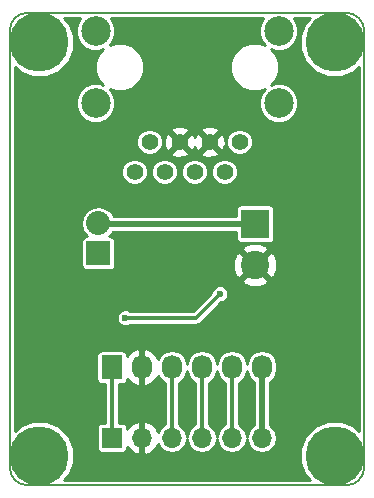
<source format=gbl>
G04 #@! TF.FileFunction,Copper,L2,Bot,Signal*
%FSLAX46Y46*%
G04 Gerber Fmt 4.6, Leading zero omitted, Abs format (unit mm)*
G04 Created by KiCad (PCBNEW 4.0.7-e2-6376~58~ubuntu16.04.1) date Fri Aug  3 19:32:04 2018*
%MOMM*%
%LPD*%
G01*
G04 APERTURE LIST*
%ADD10C,0.100000*%
%ADD11C,0.150000*%
%ADD12C,5.000000*%
%ADD13O,1.727200X2.032000*%
%ADD14R,1.727200X2.032000*%
%ADD15R,2.032000X2.032000*%
%ADD16O,2.032000X2.032000*%
%ADD17C,2.400000*%
%ADD18R,2.400000X2.400000*%
%ADD19C,2.500000*%
%ADD20C,1.400000*%
%ADD21R,1.700000X1.700000*%
%ADD22O,1.700000X1.700000*%
%ADD23C,0.600000*%
%ADD24C,0.300000*%
%ADD25C,0.500000*%
%ADD26C,0.254000*%
G04 APERTURE END LIST*
D10*
D11*
X136500000Y-90000000D02*
G75*
G03X135000000Y-91500000I0J-1500000D01*
G01*
X165000000Y-91500000D02*
G75*
G03X163500000Y-90000000I-1500000J0D01*
G01*
X163500000Y-130000000D02*
G75*
G03X165000000Y-128500000I0J1500000D01*
G01*
X135000000Y-128500000D02*
G75*
G03X136500000Y-130000000I1500000J0D01*
G01*
X135000000Y-91500000D02*
X135000000Y-128500000D01*
X163500000Y-130000000D02*
X136500000Y-130000000D01*
X165000000Y-91500000D02*
X165000000Y-128500000D01*
X136500000Y-90000000D02*
X163500000Y-90000000D01*
D12*
X137500000Y-127500000D03*
X162500000Y-127500000D03*
X162500000Y-92500000D03*
D13*
X156337000Y-120015000D03*
X153797000Y-120015000D03*
X151257000Y-120015000D03*
X148717000Y-120015000D03*
X146177000Y-120015000D03*
D14*
X143637000Y-120015000D03*
D15*
X142494000Y-110363000D03*
D16*
X142494000Y-107823000D03*
D17*
X155764000Y-111351000D03*
D18*
X155764000Y-107851000D03*
D12*
X137500000Y-92500000D03*
D19*
X157762400Y-91539600D03*
X142262400Y-91539600D03*
D20*
X151917400Y-100929600D03*
X154457400Y-100929600D03*
X153187400Y-103469600D03*
X150647400Y-103469600D03*
X149377400Y-100929600D03*
X148107400Y-103469600D03*
X146837400Y-100929600D03*
X145567400Y-103469600D03*
D19*
X157762400Y-97639600D03*
X142262400Y-97639600D03*
D21*
X143637000Y-125984000D03*
D22*
X146177000Y-125984000D03*
X148717000Y-125984000D03*
X151257000Y-125984000D03*
X153797000Y-125984000D03*
X156337000Y-125984000D03*
D23*
X150012400Y-117652800D03*
X152857200Y-117094000D03*
X152857200Y-115570000D03*
X154559000Y-122377200D03*
X152908000Y-122402600D03*
X152044400Y-122428000D03*
X150495000Y-122428000D03*
X149504400Y-122428000D03*
X147955000Y-122428000D03*
X144780000Y-115824000D03*
X152781000Y-113792000D03*
D24*
X150571200Y-117094000D02*
X150012400Y-117652800D01*
X152857200Y-117094000D02*
X150571200Y-117094000D01*
X155764000Y-111351000D02*
X154564001Y-112550999D01*
X154564001Y-112550999D02*
X154564001Y-113863199D01*
X154564001Y-113863199D02*
X152857200Y-115570000D01*
X152044400Y-122428000D02*
X152882600Y-122428000D01*
X152882600Y-122428000D02*
X152908000Y-122402600D01*
X149504400Y-122428000D02*
X150495000Y-122428000D01*
X146177000Y-122428000D02*
X146177000Y-125984000D01*
X146177000Y-120015000D02*
X146177000Y-122428000D01*
X146177000Y-122428000D02*
X147955000Y-122428000D01*
D25*
X155764000Y-107851000D02*
X142522000Y-107851000D01*
X142522000Y-107851000D02*
X142494000Y-107823000D01*
D24*
X143637000Y-120015000D02*
X143637000Y-125984000D01*
X150749000Y-115824000D02*
X144780000Y-115824000D01*
X152781000Y-113792000D02*
X150749000Y-115824000D01*
X148717000Y-120015000D02*
X148717000Y-125984000D01*
X151257000Y-120015000D02*
X151257000Y-125984000D01*
X153797000Y-121331000D02*
X153797000Y-125984000D01*
X153797000Y-120015000D02*
X153797000Y-121331000D01*
D25*
X156337000Y-120015000D02*
X156337000Y-125984000D01*
D26*
G36*
X140841538Y-90588416D02*
X140585692Y-91204561D01*
X140585110Y-91871712D01*
X140839880Y-92488303D01*
X141311216Y-92960462D01*
X141927361Y-93216308D01*
X142594512Y-93216890D01*
X142890533Y-93094577D01*
X142558813Y-93425718D01*
X142245757Y-94179641D01*
X142245045Y-94995977D01*
X142556785Y-95750446D01*
X142890223Y-96084467D01*
X142597439Y-95962892D01*
X141930288Y-95962310D01*
X141313697Y-96217080D01*
X140841538Y-96688416D01*
X140585692Y-97304561D01*
X140585110Y-97971712D01*
X140839880Y-98588303D01*
X141311216Y-99060462D01*
X141927361Y-99316308D01*
X142594512Y-99316890D01*
X143211103Y-99062120D01*
X143683262Y-98590784D01*
X143939108Y-97974639D01*
X143939690Y-97307488D01*
X143684920Y-96690897D01*
X143456880Y-96462458D01*
X143887441Y-96641243D01*
X144703777Y-96641955D01*
X145458246Y-96330215D01*
X146035987Y-95753482D01*
X146349043Y-94999559D01*
X146349755Y-94183223D01*
X146038015Y-93428754D01*
X145461282Y-92851013D01*
X144707359Y-92537957D01*
X143891023Y-92537245D01*
X143457123Y-92716529D01*
X143683262Y-92490784D01*
X143939108Y-91874639D01*
X143939690Y-91207488D01*
X143684920Y-90590897D01*
X143550258Y-90456000D01*
X156474185Y-90456000D01*
X156341538Y-90588416D01*
X156085692Y-91204561D01*
X156085110Y-91871712D01*
X156339880Y-92488303D01*
X156567920Y-92716742D01*
X156137359Y-92537957D01*
X155321023Y-92537245D01*
X154566554Y-92848985D01*
X153988813Y-93425718D01*
X153675757Y-94179641D01*
X153675045Y-94995977D01*
X153986785Y-95750446D01*
X154563518Y-96328187D01*
X155317441Y-96641243D01*
X156133777Y-96641955D01*
X156567677Y-96462671D01*
X156341538Y-96688416D01*
X156085692Y-97304561D01*
X156085110Y-97971712D01*
X156339880Y-98588303D01*
X156811216Y-99060462D01*
X157427361Y-99316308D01*
X158094512Y-99316890D01*
X158711103Y-99062120D01*
X159183262Y-98590784D01*
X159439108Y-97974639D01*
X159439690Y-97307488D01*
X159184920Y-96690897D01*
X158713584Y-96218738D01*
X158097439Y-95962892D01*
X157430288Y-95962310D01*
X157134267Y-96084623D01*
X157465987Y-95753482D01*
X157779043Y-94999559D01*
X157779755Y-94183223D01*
X157468015Y-93428754D01*
X157134577Y-93094733D01*
X157427361Y-93216308D01*
X158094512Y-93216890D01*
X158711103Y-92962120D01*
X159183262Y-92490784D01*
X159439108Y-91874639D01*
X159439690Y-91207488D01*
X159184920Y-90590897D01*
X159050258Y-90456000D01*
X160404551Y-90456000D01*
X160020057Y-90839823D01*
X159573510Y-91915229D01*
X159572493Y-93079662D01*
X160017164Y-94155846D01*
X160839823Y-94979943D01*
X161915229Y-95426490D01*
X163079662Y-95427507D01*
X164155846Y-94982836D01*
X164544000Y-94595359D01*
X164544000Y-125404551D01*
X164160177Y-125020057D01*
X163084771Y-124573510D01*
X161920338Y-124572493D01*
X160844154Y-125017164D01*
X160020057Y-125839823D01*
X159573510Y-126915229D01*
X159572493Y-128079662D01*
X160017164Y-129155846D01*
X160404641Y-129544000D01*
X139595449Y-129544000D01*
X139979943Y-129160177D01*
X140426490Y-128084771D01*
X140427507Y-126920338D01*
X139982836Y-125844154D01*
X139160177Y-125020057D01*
X138084771Y-124573510D01*
X136920338Y-124572493D01*
X135844154Y-125017164D01*
X135456000Y-125404641D01*
X135456000Y-118999000D01*
X142338035Y-118999000D01*
X142338035Y-121031000D01*
X142367809Y-121189237D01*
X142461327Y-121334567D01*
X142604019Y-121432064D01*
X142773400Y-121466365D01*
X143060000Y-121466365D01*
X143060000Y-124698635D01*
X142787000Y-124698635D01*
X142628763Y-124728409D01*
X142483433Y-124821927D01*
X142385936Y-124964619D01*
X142351635Y-125134000D01*
X142351635Y-126834000D01*
X142381409Y-126992237D01*
X142474927Y-127137567D01*
X142617619Y-127235064D01*
X142787000Y-127269365D01*
X144487000Y-127269365D01*
X144645237Y-127239591D01*
X144790567Y-127146073D01*
X144888064Y-127003381D01*
X144922365Y-126834000D01*
X144922365Y-126738764D01*
X144981817Y-126865358D01*
X145410076Y-127255645D01*
X145820110Y-127425476D01*
X146050000Y-127304155D01*
X146050000Y-126111000D01*
X146030000Y-126111000D01*
X146030000Y-125857000D01*
X146050000Y-125857000D01*
X146050000Y-124663845D01*
X145820110Y-124542524D01*
X145410076Y-124712355D01*
X144981817Y-125102642D01*
X144922365Y-125229236D01*
X144922365Y-125134000D01*
X144892591Y-124975763D01*
X144799073Y-124830433D01*
X144656381Y-124732936D01*
X144487000Y-124698635D01*
X144214000Y-124698635D01*
X144214000Y-121466365D01*
X144500600Y-121466365D01*
X144658837Y-121436591D01*
X144804167Y-121343073D01*
X144901664Y-121200381D01*
X144935965Y-121031000D01*
X144935965Y-120986311D01*
X145274964Y-121365732D01*
X145802209Y-121619709D01*
X145817974Y-121622358D01*
X146050000Y-121501217D01*
X146050000Y-120142000D01*
X146030000Y-120142000D01*
X146030000Y-119888000D01*
X146050000Y-119888000D01*
X146050000Y-118528783D01*
X146304000Y-118528783D01*
X146304000Y-119888000D01*
X146324000Y-119888000D01*
X146324000Y-120142000D01*
X146304000Y-120142000D01*
X146304000Y-121501217D01*
X146536026Y-121622358D01*
X146551791Y-121619709D01*
X147079036Y-121365732D01*
X147468954Y-120929320D01*
X147543138Y-120717243D01*
X147804408Y-121108262D01*
X148140000Y-121332497D01*
X148140000Y-124838197D01*
X147814025Y-125056007D01*
X147541691Y-125463583D01*
X147372183Y-125102642D01*
X146943924Y-124712355D01*
X146533890Y-124542524D01*
X146304000Y-124663845D01*
X146304000Y-125857000D01*
X146324000Y-125857000D01*
X146324000Y-126111000D01*
X146304000Y-126111000D01*
X146304000Y-127304155D01*
X146533890Y-127425476D01*
X146943924Y-127255645D01*
X147372183Y-126865358D01*
X147541691Y-126504417D01*
X147814025Y-126911993D01*
X148228313Y-127188812D01*
X148717000Y-127286018D01*
X149205687Y-127188812D01*
X149619975Y-126911993D01*
X149896794Y-126497705D01*
X149987000Y-126044209D01*
X150077206Y-126497705D01*
X150354025Y-126911993D01*
X150768313Y-127188812D01*
X151257000Y-127286018D01*
X151745687Y-127188812D01*
X152159975Y-126911993D01*
X152436794Y-126497705D01*
X152527000Y-126044209D01*
X152617206Y-126497705D01*
X152894025Y-126911993D01*
X153308313Y-127188812D01*
X153797000Y-127286018D01*
X154285687Y-127188812D01*
X154699975Y-126911993D01*
X154976794Y-126497705D01*
X155067000Y-126044209D01*
X155157206Y-126497705D01*
X155434025Y-126911993D01*
X155848313Y-127188812D01*
X156337000Y-127286018D01*
X156825687Y-127188812D01*
X157239975Y-126911993D01*
X157516794Y-126497705D01*
X157614000Y-126009018D01*
X157614000Y-125958982D01*
X157516794Y-125470295D01*
X157239975Y-125056007D01*
X157014000Y-124905015D01*
X157014000Y-121265680D01*
X157249592Y-121108262D01*
X157529359Y-120689561D01*
X157627600Y-120195670D01*
X157627600Y-119834330D01*
X157529359Y-119340439D01*
X157249592Y-118921738D01*
X156830891Y-118641971D01*
X156337000Y-118543730D01*
X155843109Y-118641971D01*
X155424408Y-118921738D01*
X155144641Y-119340439D01*
X155067000Y-119730767D01*
X154989359Y-119340439D01*
X154709592Y-118921738D01*
X154290891Y-118641971D01*
X153797000Y-118543730D01*
X153303109Y-118641971D01*
X152884408Y-118921738D01*
X152604641Y-119340439D01*
X152527000Y-119730767D01*
X152449359Y-119340439D01*
X152169592Y-118921738D01*
X151750891Y-118641971D01*
X151257000Y-118543730D01*
X150763109Y-118641971D01*
X150344408Y-118921738D01*
X150064641Y-119340439D01*
X149987000Y-119730767D01*
X149909359Y-119340439D01*
X149629592Y-118921738D01*
X149210891Y-118641971D01*
X148717000Y-118543730D01*
X148223109Y-118641971D01*
X147804408Y-118921738D01*
X147543138Y-119312757D01*
X147468954Y-119100680D01*
X147079036Y-118664268D01*
X146551791Y-118410291D01*
X146536026Y-118407642D01*
X146304000Y-118528783D01*
X146050000Y-118528783D01*
X145817974Y-118407642D01*
X145802209Y-118410291D01*
X145274964Y-118664268D01*
X144935965Y-119043689D01*
X144935965Y-118999000D01*
X144906191Y-118840763D01*
X144812673Y-118695433D01*
X144669981Y-118597936D01*
X144500600Y-118563635D01*
X142773400Y-118563635D01*
X142615163Y-118593409D01*
X142469833Y-118686927D01*
X142372336Y-118829619D01*
X142338035Y-118999000D01*
X135456000Y-118999000D01*
X135456000Y-115967975D01*
X144052874Y-115967975D01*
X144163320Y-116235275D01*
X144367650Y-116439961D01*
X144634756Y-116550874D01*
X144923975Y-116551126D01*
X145191275Y-116440680D01*
X145231024Y-116401000D01*
X150748995Y-116401000D01*
X150749000Y-116401001D01*
X150969808Y-116357078D01*
X151157001Y-116232001D01*
X152869924Y-114519078D01*
X152924975Y-114519126D01*
X153192275Y-114408680D01*
X153396961Y-114204350D01*
X153507874Y-113937244D01*
X153508126Y-113648025D01*
X153397680Y-113380725D01*
X153193350Y-113176039D01*
X152926244Y-113065126D01*
X152637025Y-113064874D01*
X152369725Y-113175320D01*
X152165039Y-113379650D01*
X152054126Y-113646756D01*
X152054077Y-113702921D01*
X150509998Y-115247000D01*
X145231243Y-115247000D01*
X145192350Y-115208039D01*
X144925244Y-115097126D01*
X144636025Y-115096874D01*
X144368725Y-115207320D01*
X144164039Y-115411650D01*
X144053126Y-115678756D01*
X144052874Y-115967975D01*
X135456000Y-115967975D01*
X135456000Y-112648175D01*
X154646430Y-112648175D01*
X154769565Y-112935788D01*
X155451734Y-113195707D01*
X156181443Y-113174786D01*
X156758435Y-112935788D01*
X156881570Y-112648175D01*
X155764000Y-111530605D01*
X154646430Y-112648175D01*
X135456000Y-112648175D01*
X135456000Y-107823000D01*
X141022730Y-107823000D01*
X141132572Y-108375212D01*
X141445375Y-108843355D01*
X141547563Y-108911635D01*
X141478000Y-108911635D01*
X141319763Y-108941409D01*
X141174433Y-109034927D01*
X141076936Y-109177619D01*
X141042635Y-109347000D01*
X141042635Y-111379000D01*
X141072409Y-111537237D01*
X141165927Y-111682567D01*
X141308619Y-111780064D01*
X141478000Y-111814365D01*
X143510000Y-111814365D01*
X143668237Y-111784591D01*
X143813567Y-111691073D01*
X143911064Y-111548381D01*
X143945365Y-111379000D01*
X143945365Y-111038734D01*
X153919293Y-111038734D01*
X153940214Y-111768443D01*
X154179212Y-112345435D01*
X154466825Y-112468570D01*
X155584395Y-111351000D01*
X155943605Y-111351000D01*
X157061175Y-112468570D01*
X157348788Y-112345435D01*
X157608707Y-111663266D01*
X157587786Y-110933557D01*
X157348788Y-110356565D01*
X157061175Y-110233430D01*
X155943605Y-111351000D01*
X155584395Y-111351000D01*
X154466825Y-110233430D01*
X154179212Y-110356565D01*
X153919293Y-111038734D01*
X143945365Y-111038734D01*
X143945365Y-110053825D01*
X154646430Y-110053825D01*
X155764000Y-111171395D01*
X156881570Y-110053825D01*
X156758435Y-109766212D01*
X156076266Y-109506293D01*
X155346557Y-109527214D01*
X154769565Y-109766212D01*
X154646430Y-110053825D01*
X143945365Y-110053825D01*
X143945365Y-109347000D01*
X143915591Y-109188763D01*
X143822073Y-109043433D01*
X143679381Y-108945936D01*
X143510000Y-108911635D01*
X143440437Y-108911635D01*
X143542625Y-108843355D01*
X143753338Y-108528000D01*
X154128635Y-108528000D01*
X154128635Y-109051000D01*
X154158409Y-109209237D01*
X154251927Y-109354567D01*
X154394619Y-109452064D01*
X154564000Y-109486365D01*
X156964000Y-109486365D01*
X157122237Y-109456591D01*
X157267567Y-109363073D01*
X157365064Y-109220381D01*
X157399365Y-109051000D01*
X157399365Y-106651000D01*
X157369591Y-106492763D01*
X157276073Y-106347433D01*
X157133381Y-106249936D01*
X156964000Y-106215635D01*
X154564000Y-106215635D01*
X154405763Y-106245409D01*
X154260433Y-106338927D01*
X154162936Y-106481619D01*
X154128635Y-106651000D01*
X154128635Y-107174000D01*
X143790756Y-107174000D01*
X143542625Y-106802645D01*
X143074482Y-106489842D01*
X142522270Y-106380000D01*
X142465730Y-106380000D01*
X141913518Y-106489842D01*
X141445375Y-106802645D01*
X141132572Y-107270788D01*
X141022730Y-107823000D01*
X135456000Y-107823000D01*
X135456000Y-103692791D01*
X144440205Y-103692791D01*
X144611419Y-104107160D01*
X144928172Y-104424467D01*
X145342242Y-104596404D01*
X145790591Y-104596795D01*
X146204960Y-104425581D01*
X146522267Y-104108828D01*
X146694204Y-103694758D01*
X146694205Y-103692791D01*
X146980205Y-103692791D01*
X147151419Y-104107160D01*
X147468172Y-104424467D01*
X147882242Y-104596404D01*
X148330591Y-104596795D01*
X148744960Y-104425581D01*
X149062267Y-104108828D01*
X149234204Y-103694758D01*
X149234205Y-103692791D01*
X149520205Y-103692791D01*
X149691419Y-104107160D01*
X150008172Y-104424467D01*
X150422242Y-104596404D01*
X150870591Y-104596795D01*
X151284960Y-104425581D01*
X151602267Y-104108828D01*
X151774204Y-103694758D01*
X151774205Y-103692791D01*
X152060205Y-103692791D01*
X152231419Y-104107160D01*
X152548172Y-104424467D01*
X152962242Y-104596404D01*
X153410591Y-104596795D01*
X153824960Y-104425581D01*
X154142267Y-104108828D01*
X154314204Y-103694758D01*
X154314595Y-103246409D01*
X154143381Y-102832040D01*
X153826628Y-102514733D01*
X153412558Y-102342796D01*
X152964209Y-102342405D01*
X152549840Y-102513619D01*
X152232533Y-102830372D01*
X152060596Y-103244442D01*
X152060205Y-103692791D01*
X151774205Y-103692791D01*
X151774595Y-103246409D01*
X151603381Y-102832040D01*
X151286628Y-102514733D01*
X150872558Y-102342796D01*
X150424209Y-102342405D01*
X150009840Y-102513619D01*
X149692533Y-102830372D01*
X149520596Y-103244442D01*
X149520205Y-103692791D01*
X149234205Y-103692791D01*
X149234595Y-103246409D01*
X149063381Y-102832040D01*
X148746628Y-102514733D01*
X148332558Y-102342796D01*
X147884209Y-102342405D01*
X147469840Y-102513619D01*
X147152533Y-102830372D01*
X146980596Y-103244442D01*
X146980205Y-103692791D01*
X146694205Y-103692791D01*
X146694595Y-103246409D01*
X146523381Y-102832040D01*
X146206628Y-102514733D01*
X145792558Y-102342796D01*
X145344209Y-102342405D01*
X144929840Y-102513619D01*
X144612533Y-102830372D01*
X144440596Y-103244442D01*
X144440205Y-103692791D01*
X135456000Y-103692791D01*
X135456000Y-101152791D01*
X145710205Y-101152791D01*
X145881419Y-101567160D01*
X146198172Y-101884467D01*
X146612242Y-102056404D01*
X147060591Y-102056795D01*
X147474960Y-101885581D01*
X147495702Y-101864875D01*
X148621731Y-101864875D01*
X148683569Y-102100642D01*
X149184522Y-102277019D01*
X149714840Y-102248264D01*
X150071231Y-102100642D01*
X150133069Y-101864875D01*
X151161731Y-101864875D01*
X151223569Y-102100642D01*
X151724522Y-102277019D01*
X152254840Y-102248264D01*
X152611231Y-102100642D01*
X152673069Y-101864875D01*
X151917400Y-101109205D01*
X151161731Y-101864875D01*
X150133069Y-101864875D01*
X149377400Y-101109205D01*
X148621731Y-101864875D01*
X147495702Y-101864875D01*
X147792267Y-101568828D01*
X147964204Y-101154758D01*
X147964568Y-100736722D01*
X148029981Y-100736722D01*
X148058736Y-101267040D01*
X148206358Y-101623431D01*
X148442125Y-101685269D01*
X149197795Y-100929600D01*
X149557005Y-100929600D01*
X150312675Y-101685269D01*
X150548442Y-101623431D01*
X150639377Y-101365155D01*
X150746358Y-101623431D01*
X150982125Y-101685269D01*
X151737795Y-100929600D01*
X152097005Y-100929600D01*
X152852675Y-101685269D01*
X153088442Y-101623431D01*
X153254146Y-101152791D01*
X153330205Y-101152791D01*
X153501419Y-101567160D01*
X153818172Y-101884467D01*
X154232242Y-102056404D01*
X154680591Y-102056795D01*
X155094960Y-101885581D01*
X155412267Y-101568828D01*
X155584204Y-101154758D01*
X155584595Y-100706409D01*
X155413381Y-100292040D01*
X155096628Y-99974733D01*
X154682558Y-99802796D01*
X154234209Y-99802405D01*
X153819840Y-99973619D01*
X153502533Y-100290372D01*
X153330596Y-100704442D01*
X153330205Y-101152791D01*
X153254146Y-101152791D01*
X153264819Y-101122478D01*
X153236064Y-100592160D01*
X153088442Y-100235769D01*
X152852675Y-100173931D01*
X152097005Y-100929600D01*
X151737795Y-100929600D01*
X150982125Y-100173931D01*
X150746358Y-100235769D01*
X150655423Y-100494045D01*
X150548442Y-100235769D01*
X150312675Y-100173931D01*
X149557005Y-100929600D01*
X149197795Y-100929600D01*
X148442125Y-100173931D01*
X148206358Y-100235769D01*
X148029981Y-100736722D01*
X147964568Y-100736722D01*
X147964595Y-100706409D01*
X147793381Y-100292040D01*
X147496186Y-99994325D01*
X148621731Y-99994325D01*
X149377400Y-100749995D01*
X150133069Y-99994325D01*
X151161731Y-99994325D01*
X151917400Y-100749995D01*
X152673069Y-99994325D01*
X152611231Y-99758558D01*
X152110278Y-99582181D01*
X151579960Y-99610936D01*
X151223569Y-99758558D01*
X151161731Y-99994325D01*
X150133069Y-99994325D01*
X150071231Y-99758558D01*
X149570278Y-99582181D01*
X149039960Y-99610936D01*
X148683569Y-99758558D01*
X148621731Y-99994325D01*
X147496186Y-99994325D01*
X147476628Y-99974733D01*
X147062558Y-99802796D01*
X146614209Y-99802405D01*
X146199840Y-99973619D01*
X145882533Y-100290372D01*
X145710596Y-100704442D01*
X145710205Y-101152791D01*
X135456000Y-101152791D01*
X135456000Y-94595449D01*
X135839823Y-94979943D01*
X136915229Y-95426490D01*
X138079662Y-95427507D01*
X139155846Y-94982836D01*
X139979943Y-94160177D01*
X140426490Y-93084771D01*
X140427507Y-91920338D01*
X139982836Y-90844154D01*
X139595359Y-90456000D01*
X140974185Y-90456000D01*
X140841538Y-90588416D01*
X140841538Y-90588416D01*
G37*
X140841538Y-90588416D02*
X140585692Y-91204561D01*
X140585110Y-91871712D01*
X140839880Y-92488303D01*
X141311216Y-92960462D01*
X141927361Y-93216308D01*
X142594512Y-93216890D01*
X142890533Y-93094577D01*
X142558813Y-93425718D01*
X142245757Y-94179641D01*
X142245045Y-94995977D01*
X142556785Y-95750446D01*
X142890223Y-96084467D01*
X142597439Y-95962892D01*
X141930288Y-95962310D01*
X141313697Y-96217080D01*
X140841538Y-96688416D01*
X140585692Y-97304561D01*
X140585110Y-97971712D01*
X140839880Y-98588303D01*
X141311216Y-99060462D01*
X141927361Y-99316308D01*
X142594512Y-99316890D01*
X143211103Y-99062120D01*
X143683262Y-98590784D01*
X143939108Y-97974639D01*
X143939690Y-97307488D01*
X143684920Y-96690897D01*
X143456880Y-96462458D01*
X143887441Y-96641243D01*
X144703777Y-96641955D01*
X145458246Y-96330215D01*
X146035987Y-95753482D01*
X146349043Y-94999559D01*
X146349755Y-94183223D01*
X146038015Y-93428754D01*
X145461282Y-92851013D01*
X144707359Y-92537957D01*
X143891023Y-92537245D01*
X143457123Y-92716529D01*
X143683262Y-92490784D01*
X143939108Y-91874639D01*
X143939690Y-91207488D01*
X143684920Y-90590897D01*
X143550258Y-90456000D01*
X156474185Y-90456000D01*
X156341538Y-90588416D01*
X156085692Y-91204561D01*
X156085110Y-91871712D01*
X156339880Y-92488303D01*
X156567920Y-92716742D01*
X156137359Y-92537957D01*
X155321023Y-92537245D01*
X154566554Y-92848985D01*
X153988813Y-93425718D01*
X153675757Y-94179641D01*
X153675045Y-94995977D01*
X153986785Y-95750446D01*
X154563518Y-96328187D01*
X155317441Y-96641243D01*
X156133777Y-96641955D01*
X156567677Y-96462671D01*
X156341538Y-96688416D01*
X156085692Y-97304561D01*
X156085110Y-97971712D01*
X156339880Y-98588303D01*
X156811216Y-99060462D01*
X157427361Y-99316308D01*
X158094512Y-99316890D01*
X158711103Y-99062120D01*
X159183262Y-98590784D01*
X159439108Y-97974639D01*
X159439690Y-97307488D01*
X159184920Y-96690897D01*
X158713584Y-96218738D01*
X158097439Y-95962892D01*
X157430288Y-95962310D01*
X157134267Y-96084623D01*
X157465987Y-95753482D01*
X157779043Y-94999559D01*
X157779755Y-94183223D01*
X157468015Y-93428754D01*
X157134577Y-93094733D01*
X157427361Y-93216308D01*
X158094512Y-93216890D01*
X158711103Y-92962120D01*
X159183262Y-92490784D01*
X159439108Y-91874639D01*
X159439690Y-91207488D01*
X159184920Y-90590897D01*
X159050258Y-90456000D01*
X160404551Y-90456000D01*
X160020057Y-90839823D01*
X159573510Y-91915229D01*
X159572493Y-93079662D01*
X160017164Y-94155846D01*
X160839823Y-94979943D01*
X161915229Y-95426490D01*
X163079662Y-95427507D01*
X164155846Y-94982836D01*
X164544000Y-94595359D01*
X164544000Y-125404551D01*
X164160177Y-125020057D01*
X163084771Y-124573510D01*
X161920338Y-124572493D01*
X160844154Y-125017164D01*
X160020057Y-125839823D01*
X159573510Y-126915229D01*
X159572493Y-128079662D01*
X160017164Y-129155846D01*
X160404641Y-129544000D01*
X139595449Y-129544000D01*
X139979943Y-129160177D01*
X140426490Y-128084771D01*
X140427507Y-126920338D01*
X139982836Y-125844154D01*
X139160177Y-125020057D01*
X138084771Y-124573510D01*
X136920338Y-124572493D01*
X135844154Y-125017164D01*
X135456000Y-125404641D01*
X135456000Y-118999000D01*
X142338035Y-118999000D01*
X142338035Y-121031000D01*
X142367809Y-121189237D01*
X142461327Y-121334567D01*
X142604019Y-121432064D01*
X142773400Y-121466365D01*
X143060000Y-121466365D01*
X143060000Y-124698635D01*
X142787000Y-124698635D01*
X142628763Y-124728409D01*
X142483433Y-124821927D01*
X142385936Y-124964619D01*
X142351635Y-125134000D01*
X142351635Y-126834000D01*
X142381409Y-126992237D01*
X142474927Y-127137567D01*
X142617619Y-127235064D01*
X142787000Y-127269365D01*
X144487000Y-127269365D01*
X144645237Y-127239591D01*
X144790567Y-127146073D01*
X144888064Y-127003381D01*
X144922365Y-126834000D01*
X144922365Y-126738764D01*
X144981817Y-126865358D01*
X145410076Y-127255645D01*
X145820110Y-127425476D01*
X146050000Y-127304155D01*
X146050000Y-126111000D01*
X146030000Y-126111000D01*
X146030000Y-125857000D01*
X146050000Y-125857000D01*
X146050000Y-124663845D01*
X145820110Y-124542524D01*
X145410076Y-124712355D01*
X144981817Y-125102642D01*
X144922365Y-125229236D01*
X144922365Y-125134000D01*
X144892591Y-124975763D01*
X144799073Y-124830433D01*
X144656381Y-124732936D01*
X144487000Y-124698635D01*
X144214000Y-124698635D01*
X144214000Y-121466365D01*
X144500600Y-121466365D01*
X144658837Y-121436591D01*
X144804167Y-121343073D01*
X144901664Y-121200381D01*
X144935965Y-121031000D01*
X144935965Y-120986311D01*
X145274964Y-121365732D01*
X145802209Y-121619709D01*
X145817974Y-121622358D01*
X146050000Y-121501217D01*
X146050000Y-120142000D01*
X146030000Y-120142000D01*
X146030000Y-119888000D01*
X146050000Y-119888000D01*
X146050000Y-118528783D01*
X146304000Y-118528783D01*
X146304000Y-119888000D01*
X146324000Y-119888000D01*
X146324000Y-120142000D01*
X146304000Y-120142000D01*
X146304000Y-121501217D01*
X146536026Y-121622358D01*
X146551791Y-121619709D01*
X147079036Y-121365732D01*
X147468954Y-120929320D01*
X147543138Y-120717243D01*
X147804408Y-121108262D01*
X148140000Y-121332497D01*
X148140000Y-124838197D01*
X147814025Y-125056007D01*
X147541691Y-125463583D01*
X147372183Y-125102642D01*
X146943924Y-124712355D01*
X146533890Y-124542524D01*
X146304000Y-124663845D01*
X146304000Y-125857000D01*
X146324000Y-125857000D01*
X146324000Y-126111000D01*
X146304000Y-126111000D01*
X146304000Y-127304155D01*
X146533890Y-127425476D01*
X146943924Y-127255645D01*
X147372183Y-126865358D01*
X147541691Y-126504417D01*
X147814025Y-126911993D01*
X148228313Y-127188812D01*
X148717000Y-127286018D01*
X149205687Y-127188812D01*
X149619975Y-126911993D01*
X149896794Y-126497705D01*
X149987000Y-126044209D01*
X150077206Y-126497705D01*
X150354025Y-126911993D01*
X150768313Y-127188812D01*
X151257000Y-127286018D01*
X151745687Y-127188812D01*
X152159975Y-126911993D01*
X152436794Y-126497705D01*
X152527000Y-126044209D01*
X152617206Y-126497705D01*
X152894025Y-126911993D01*
X153308313Y-127188812D01*
X153797000Y-127286018D01*
X154285687Y-127188812D01*
X154699975Y-126911993D01*
X154976794Y-126497705D01*
X155067000Y-126044209D01*
X155157206Y-126497705D01*
X155434025Y-126911993D01*
X155848313Y-127188812D01*
X156337000Y-127286018D01*
X156825687Y-127188812D01*
X157239975Y-126911993D01*
X157516794Y-126497705D01*
X157614000Y-126009018D01*
X157614000Y-125958982D01*
X157516794Y-125470295D01*
X157239975Y-125056007D01*
X157014000Y-124905015D01*
X157014000Y-121265680D01*
X157249592Y-121108262D01*
X157529359Y-120689561D01*
X157627600Y-120195670D01*
X157627600Y-119834330D01*
X157529359Y-119340439D01*
X157249592Y-118921738D01*
X156830891Y-118641971D01*
X156337000Y-118543730D01*
X155843109Y-118641971D01*
X155424408Y-118921738D01*
X155144641Y-119340439D01*
X155067000Y-119730767D01*
X154989359Y-119340439D01*
X154709592Y-118921738D01*
X154290891Y-118641971D01*
X153797000Y-118543730D01*
X153303109Y-118641971D01*
X152884408Y-118921738D01*
X152604641Y-119340439D01*
X152527000Y-119730767D01*
X152449359Y-119340439D01*
X152169592Y-118921738D01*
X151750891Y-118641971D01*
X151257000Y-118543730D01*
X150763109Y-118641971D01*
X150344408Y-118921738D01*
X150064641Y-119340439D01*
X149987000Y-119730767D01*
X149909359Y-119340439D01*
X149629592Y-118921738D01*
X149210891Y-118641971D01*
X148717000Y-118543730D01*
X148223109Y-118641971D01*
X147804408Y-118921738D01*
X147543138Y-119312757D01*
X147468954Y-119100680D01*
X147079036Y-118664268D01*
X146551791Y-118410291D01*
X146536026Y-118407642D01*
X146304000Y-118528783D01*
X146050000Y-118528783D01*
X145817974Y-118407642D01*
X145802209Y-118410291D01*
X145274964Y-118664268D01*
X144935965Y-119043689D01*
X144935965Y-118999000D01*
X144906191Y-118840763D01*
X144812673Y-118695433D01*
X144669981Y-118597936D01*
X144500600Y-118563635D01*
X142773400Y-118563635D01*
X142615163Y-118593409D01*
X142469833Y-118686927D01*
X142372336Y-118829619D01*
X142338035Y-118999000D01*
X135456000Y-118999000D01*
X135456000Y-115967975D01*
X144052874Y-115967975D01*
X144163320Y-116235275D01*
X144367650Y-116439961D01*
X144634756Y-116550874D01*
X144923975Y-116551126D01*
X145191275Y-116440680D01*
X145231024Y-116401000D01*
X150748995Y-116401000D01*
X150749000Y-116401001D01*
X150969808Y-116357078D01*
X151157001Y-116232001D01*
X152869924Y-114519078D01*
X152924975Y-114519126D01*
X153192275Y-114408680D01*
X153396961Y-114204350D01*
X153507874Y-113937244D01*
X153508126Y-113648025D01*
X153397680Y-113380725D01*
X153193350Y-113176039D01*
X152926244Y-113065126D01*
X152637025Y-113064874D01*
X152369725Y-113175320D01*
X152165039Y-113379650D01*
X152054126Y-113646756D01*
X152054077Y-113702921D01*
X150509998Y-115247000D01*
X145231243Y-115247000D01*
X145192350Y-115208039D01*
X144925244Y-115097126D01*
X144636025Y-115096874D01*
X144368725Y-115207320D01*
X144164039Y-115411650D01*
X144053126Y-115678756D01*
X144052874Y-115967975D01*
X135456000Y-115967975D01*
X135456000Y-112648175D01*
X154646430Y-112648175D01*
X154769565Y-112935788D01*
X155451734Y-113195707D01*
X156181443Y-113174786D01*
X156758435Y-112935788D01*
X156881570Y-112648175D01*
X155764000Y-111530605D01*
X154646430Y-112648175D01*
X135456000Y-112648175D01*
X135456000Y-107823000D01*
X141022730Y-107823000D01*
X141132572Y-108375212D01*
X141445375Y-108843355D01*
X141547563Y-108911635D01*
X141478000Y-108911635D01*
X141319763Y-108941409D01*
X141174433Y-109034927D01*
X141076936Y-109177619D01*
X141042635Y-109347000D01*
X141042635Y-111379000D01*
X141072409Y-111537237D01*
X141165927Y-111682567D01*
X141308619Y-111780064D01*
X141478000Y-111814365D01*
X143510000Y-111814365D01*
X143668237Y-111784591D01*
X143813567Y-111691073D01*
X143911064Y-111548381D01*
X143945365Y-111379000D01*
X143945365Y-111038734D01*
X153919293Y-111038734D01*
X153940214Y-111768443D01*
X154179212Y-112345435D01*
X154466825Y-112468570D01*
X155584395Y-111351000D01*
X155943605Y-111351000D01*
X157061175Y-112468570D01*
X157348788Y-112345435D01*
X157608707Y-111663266D01*
X157587786Y-110933557D01*
X157348788Y-110356565D01*
X157061175Y-110233430D01*
X155943605Y-111351000D01*
X155584395Y-111351000D01*
X154466825Y-110233430D01*
X154179212Y-110356565D01*
X153919293Y-111038734D01*
X143945365Y-111038734D01*
X143945365Y-110053825D01*
X154646430Y-110053825D01*
X155764000Y-111171395D01*
X156881570Y-110053825D01*
X156758435Y-109766212D01*
X156076266Y-109506293D01*
X155346557Y-109527214D01*
X154769565Y-109766212D01*
X154646430Y-110053825D01*
X143945365Y-110053825D01*
X143945365Y-109347000D01*
X143915591Y-109188763D01*
X143822073Y-109043433D01*
X143679381Y-108945936D01*
X143510000Y-108911635D01*
X143440437Y-108911635D01*
X143542625Y-108843355D01*
X143753338Y-108528000D01*
X154128635Y-108528000D01*
X154128635Y-109051000D01*
X154158409Y-109209237D01*
X154251927Y-109354567D01*
X154394619Y-109452064D01*
X154564000Y-109486365D01*
X156964000Y-109486365D01*
X157122237Y-109456591D01*
X157267567Y-109363073D01*
X157365064Y-109220381D01*
X157399365Y-109051000D01*
X157399365Y-106651000D01*
X157369591Y-106492763D01*
X157276073Y-106347433D01*
X157133381Y-106249936D01*
X156964000Y-106215635D01*
X154564000Y-106215635D01*
X154405763Y-106245409D01*
X154260433Y-106338927D01*
X154162936Y-106481619D01*
X154128635Y-106651000D01*
X154128635Y-107174000D01*
X143790756Y-107174000D01*
X143542625Y-106802645D01*
X143074482Y-106489842D01*
X142522270Y-106380000D01*
X142465730Y-106380000D01*
X141913518Y-106489842D01*
X141445375Y-106802645D01*
X141132572Y-107270788D01*
X141022730Y-107823000D01*
X135456000Y-107823000D01*
X135456000Y-103692791D01*
X144440205Y-103692791D01*
X144611419Y-104107160D01*
X144928172Y-104424467D01*
X145342242Y-104596404D01*
X145790591Y-104596795D01*
X146204960Y-104425581D01*
X146522267Y-104108828D01*
X146694204Y-103694758D01*
X146694205Y-103692791D01*
X146980205Y-103692791D01*
X147151419Y-104107160D01*
X147468172Y-104424467D01*
X147882242Y-104596404D01*
X148330591Y-104596795D01*
X148744960Y-104425581D01*
X149062267Y-104108828D01*
X149234204Y-103694758D01*
X149234205Y-103692791D01*
X149520205Y-103692791D01*
X149691419Y-104107160D01*
X150008172Y-104424467D01*
X150422242Y-104596404D01*
X150870591Y-104596795D01*
X151284960Y-104425581D01*
X151602267Y-104108828D01*
X151774204Y-103694758D01*
X151774205Y-103692791D01*
X152060205Y-103692791D01*
X152231419Y-104107160D01*
X152548172Y-104424467D01*
X152962242Y-104596404D01*
X153410591Y-104596795D01*
X153824960Y-104425581D01*
X154142267Y-104108828D01*
X154314204Y-103694758D01*
X154314595Y-103246409D01*
X154143381Y-102832040D01*
X153826628Y-102514733D01*
X153412558Y-102342796D01*
X152964209Y-102342405D01*
X152549840Y-102513619D01*
X152232533Y-102830372D01*
X152060596Y-103244442D01*
X152060205Y-103692791D01*
X151774205Y-103692791D01*
X151774595Y-103246409D01*
X151603381Y-102832040D01*
X151286628Y-102514733D01*
X150872558Y-102342796D01*
X150424209Y-102342405D01*
X150009840Y-102513619D01*
X149692533Y-102830372D01*
X149520596Y-103244442D01*
X149520205Y-103692791D01*
X149234205Y-103692791D01*
X149234595Y-103246409D01*
X149063381Y-102832040D01*
X148746628Y-102514733D01*
X148332558Y-102342796D01*
X147884209Y-102342405D01*
X147469840Y-102513619D01*
X147152533Y-102830372D01*
X146980596Y-103244442D01*
X146980205Y-103692791D01*
X146694205Y-103692791D01*
X146694595Y-103246409D01*
X146523381Y-102832040D01*
X146206628Y-102514733D01*
X145792558Y-102342796D01*
X145344209Y-102342405D01*
X144929840Y-102513619D01*
X144612533Y-102830372D01*
X144440596Y-103244442D01*
X144440205Y-103692791D01*
X135456000Y-103692791D01*
X135456000Y-101152791D01*
X145710205Y-101152791D01*
X145881419Y-101567160D01*
X146198172Y-101884467D01*
X146612242Y-102056404D01*
X147060591Y-102056795D01*
X147474960Y-101885581D01*
X147495702Y-101864875D01*
X148621731Y-101864875D01*
X148683569Y-102100642D01*
X149184522Y-102277019D01*
X149714840Y-102248264D01*
X150071231Y-102100642D01*
X150133069Y-101864875D01*
X151161731Y-101864875D01*
X151223569Y-102100642D01*
X151724522Y-102277019D01*
X152254840Y-102248264D01*
X152611231Y-102100642D01*
X152673069Y-101864875D01*
X151917400Y-101109205D01*
X151161731Y-101864875D01*
X150133069Y-101864875D01*
X149377400Y-101109205D01*
X148621731Y-101864875D01*
X147495702Y-101864875D01*
X147792267Y-101568828D01*
X147964204Y-101154758D01*
X147964568Y-100736722D01*
X148029981Y-100736722D01*
X148058736Y-101267040D01*
X148206358Y-101623431D01*
X148442125Y-101685269D01*
X149197795Y-100929600D01*
X149557005Y-100929600D01*
X150312675Y-101685269D01*
X150548442Y-101623431D01*
X150639377Y-101365155D01*
X150746358Y-101623431D01*
X150982125Y-101685269D01*
X151737795Y-100929600D01*
X152097005Y-100929600D01*
X152852675Y-101685269D01*
X153088442Y-101623431D01*
X153254146Y-101152791D01*
X153330205Y-101152791D01*
X153501419Y-101567160D01*
X153818172Y-101884467D01*
X154232242Y-102056404D01*
X154680591Y-102056795D01*
X155094960Y-101885581D01*
X155412267Y-101568828D01*
X155584204Y-101154758D01*
X155584595Y-100706409D01*
X155413381Y-100292040D01*
X155096628Y-99974733D01*
X154682558Y-99802796D01*
X154234209Y-99802405D01*
X153819840Y-99973619D01*
X153502533Y-100290372D01*
X153330596Y-100704442D01*
X153330205Y-101152791D01*
X153254146Y-101152791D01*
X153264819Y-101122478D01*
X153236064Y-100592160D01*
X153088442Y-100235769D01*
X152852675Y-100173931D01*
X152097005Y-100929600D01*
X151737795Y-100929600D01*
X150982125Y-100173931D01*
X150746358Y-100235769D01*
X150655423Y-100494045D01*
X150548442Y-100235769D01*
X150312675Y-100173931D01*
X149557005Y-100929600D01*
X149197795Y-100929600D01*
X148442125Y-100173931D01*
X148206358Y-100235769D01*
X148029981Y-100736722D01*
X147964568Y-100736722D01*
X147964595Y-100706409D01*
X147793381Y-100292040D01*
X147496186Y-99994325D01*
X148621731Y-99994325D01*
X149377400Y-100749995D01*
X150133069Y-99994325D01*
X151161731Y-99994325D01*
X151917400Y-100749995D01*
X152673069Y-99994325D01*
X152611231Y-99758558D01*
X152110278Y-99582181D01*
X151579960Y-99610936D01*
X151223569Y-99758558D01*
X151161731Y-99994325D01*
X150133069Y-99994325D01*
X150071231Y-99758558D01*
X149570278Y-99582181D01*
X149039960Y-99610936D01*
X148683569Y-99758558D01*
X148621731Y-99994325D01*
X147496186Y-99994325D01*
X147476628Y-99974733D01*
X147062558Y-99802796D01*
X146614209Y-99802405D01*
X146199840Y-99973619D01*
X145882533Y-100290372D01*
X145710596Y-100704442D01*
X145710205Y-101152791D01*
X135456000Y-101152791D01*
X135456000Y-94595449D01*
X135839823Y-94979943D01*
X136915229Y-95426490D01*
X138079662Y-95427507D01*
X139155846Y-94982836D01*
X139979943Y-94160177D01*
X140426490Y-93084771D01*
X140427507Y-91920338D01*
X139982836Y-90844154D01*
X139595359Y-90456000D01*
X140974185Y-90456000D01*
X140841538Y-90588416D01*
G36*
X155144641Y-120689561D02*
X155424408Y-121108262D01*
X155660000Y-121265680D01*
X155660000Y-124905015D01*
X155434025Y-125056007D01*
X155157206Y-125470295D01*
X155067000Y-125923791D01*
X154976794Y-125470295D01*
X154699975Y-125056007D01*
X154374000Y-124838197D01*
X154374000Y-121332497D01*
X154709592Y-121108262D01*
X154989359Y-120689561D01*
X155067000Y-120299233D01*
X155144641Y-120689561D01*
X155144641Y-120689561D01*
G37*
X155144641Y-120689561D02*
X155424408Y-121108262D01*
X155660000Y-121265680D01*
X155660000Y-124905015D01*
X155434025Y-125056007D01*
X155157206Y-125470295D01*
X155067000Y-125923791D01*
X154976794Y-125470295D01*
X154699975Y-125056007D01*
X154374000Y-124838197D01*
X154374000Y-121332497D01*
X154709592Y-121108262D01*
X154989359Y-120689561D01*
X155067000Y-120299233D01*
X155144641Y-120689561D01*
G36*
X152604641Y-120689561D02*
X152884408Y-121108262D01*
X153220000Y-121332497D01*
X153220000Y-124838197D01*
X152894025Y-125056007D01*
X152617206Y-125470295D01*
X152527000Y-125923791D01*
X152436794Y-125470295D01*
X152159975Y-125056007D01*
X151834000Y-124838197D01*
X151834000Y-121332497D01*
X152169592Y-121108262D01*
X152449359Y-120689561D01*
X152527000Y-120299233D01*
X152604641Y-120689561D01*
X152604641Y-120689561D01*
G37*
X152604641Y-120689561D02*
X152884408Y-121108262D01*
X153220000Y-121332497D01*
X153220000Y-124838197D01*
X152894025Y-125056007D01*
X152617206Y-125470295D01*
X152527000Y-125923791D01*
X152436794Y-125470295D01*
X152159975Y-125056007D01*
X151834000Y-124838197D01*
X151834000Y-121332497D01*
X152169592Y-121108262D01*
X152449359Y-120689561D01*
X152527000Y-120299233D01*
X152604641Y-120689561D01*
G36*
X150064641Y-120689561D02*
X150344408Y-121108262D01*
X150680000Y-121332497D01*
X150680000Y-124838197D01*
X150354025Y-125056007D01*
X150077206Y-125470295D01*
X149987000Y-125923791D01*
X149896794Y-125470295D01*
X149619975Y-125056007D01*
X149294000Y-124838197D01*
X149294000Y-121332497D01*
X149629592Y-121108262D01*
X149909359Y-120689561D01*
X149987000Y-120299233D01*
X150064641Y-120689561D01*
X150064641Y-120689561D01*
G37*
X150064641Y-120689561D02*
X150344408Y-121108262D01*
X150680000Y-121332497D01*
X150680000Y-124838197D01*
X150354025Y-125056007D01*
X150077206Y-125470295D01*
X149987000Y-125923791D01*
X149896794Y-125470295D01*
X149619975Y-125056007D01*
X149294000Y-124838197D01*
X149294000Y-121332497D01*
X149629592Y-121108262D01*
X149909359Y-120689561D01*
X149987000Y-120299233D01*
X150064641Y-120689561D01*
M02*

</source>
